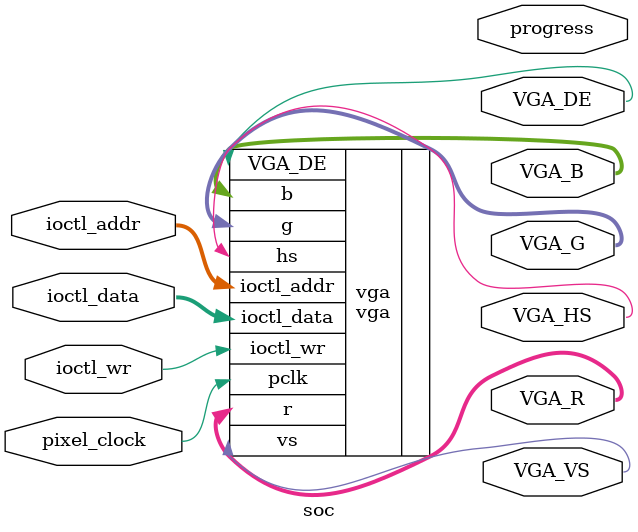
<source format=v>

module soc (
   input  pixel_clock,
   input  ioctl_wr,
   input [13:0] ioctl_addr,
   input [7:0] ioctl_data,
   output reg progress,
   output VGA_HS,
   output VGA_VS,
   output [7:0] VGA_R,
   output [7:0] VGA_G,
   output [7:0] VGA_B,
   output VGA_DE
);



vga vga (
	 .pclk  (pixel_clock),
	 
	 .ioctl_wr   ( ioctl_wr ),
	 .ioctl_addr ( ioctl_addr    ),
	 .ioctl_data ( ioctl_data             ),

	 .hs    (VGA_HS),
	 .vs    (VGA_VS),
	 .r     (VGA_R),
	 .g     (VGA_G),
	 .b     (VGA_B),
	 .VGA_DE(VGA_DE)
);
				

			


endmodule
</source>
